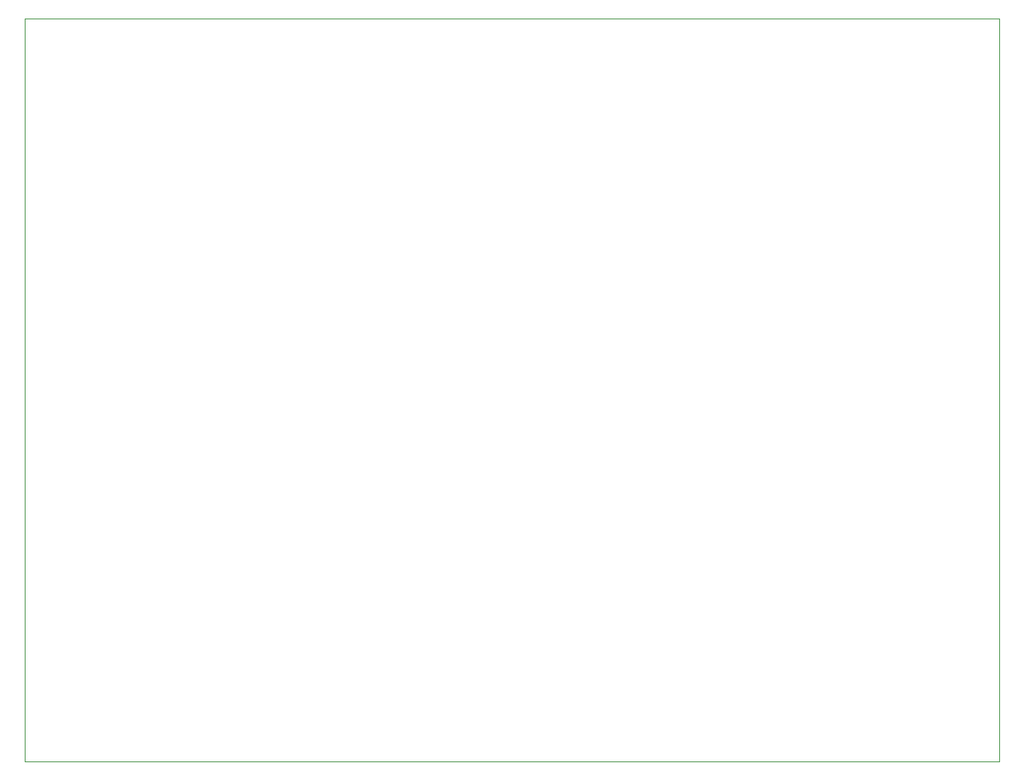
<source format=gbr>
%TF.GenerationSoftware,KiCad,Pcbnew,8.0.3*%
%TF.CreationDate,2024-10-03T16:42:38-03:00*%
%TF.ProjectId,check_point_1,63686563-6b5f-4706-9f69-6e745f312e6b,rev?*%
%TF.SameCoordinates,Original*%
%TF.FileFunction,Profile,NP*%
%FSLAX46Y46*%
G04 Gerber Fmt 4.6, Leading zero omitted, Abs format (unit mm)*
G04 Created by KiCad (PCBNEW 8.0.3) date 2024-10-03 16:42:38*
%MOMM*%
%LPD*%
G01*
G04 APERTURE LIST*
%TA.AperFunction,Profile*%
%ADD10C,0.050000*%
%TD*%
G04 APERTURE END LIST*
D10*
X26380000Y-50920000D02*
X133080000Y-50920000D01*
X133080000Y-132280000D01*
X26380000Y-132280000D01*
X26380000Y-50920000D01*
M02*

</source>
